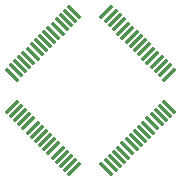
<source format=gbr>
%TF.GenerationSoftware,KiCad,Pcbnew,8.0.6*%
%TF.CreationDate,2025-04-09T16:55:17+02:00*%
%TF.ProjectId,stm32f205-breakout-board,73746d33-3266-4323-9035-2d627265616b,rev?*%
%TF.SameCoordinates,Original*%
%TF.FileFunction,Paste,Top*%
%TF.FilePolarity,Positive*%
%FSLAX46Y46*%
G04 Gerber Fmt 4.6, Leading zero omitted, Abs format (unit mm)*
G04 Created by KiCad (PCBNEW 8.0.6) date 2025-04-09 16:55:17*
%MOMM*%
%LPD*%
G01*
G04 APERTURE LIST*
G04 Aperture macros list*
%AMRoundRect*
0 Rectangle with rounded corners*
0 $1 Rounding radius*
0 $2 $3 $4 $5 $6 $7 $8 $9 X,Y pos of 4 corners*
0 Add a 4 corners polygon primitive as box body*
4,1,4,$2,$3,$4,$5,$6,$7,$8,$9,$2,$3,0*
0 Add four circle primitives for the rounded corners*
1,1,$1+$1,$2,$3*
1,1,$1+$1,$4,$5*
1,1,$1+$1,$6,$7*
1,1,$1+$1,$8,$9*
0 Add four rect primitives between the rounded corners*
20,1,$1+$1,$2,$3,$4,$5,0*
20,1,$1+$1,$4,$5,$6,$7,0*
20,1,$1+$1,$6,$7,$8,$9,0*
20,1,$1+$1,$8,$9,$2,$3,0*%
G04 Aperture macros list end*
%ADD10RoundRect,0.075000X-0.441942X0.548008X-0.548008X0.441942X0.441942X-0.548008X0.548008X-0.441942X0*%
%ADD11RoundRect,0.075000X0.441942X0.548008X-0.548008X-0.441942X-0.441942X-0.548008X0.548008X0.441942X0*%
G04 APERTURE END LIST*
D10*
%TO.C,U1*%
X39684481Y-178205662D03*
X39330928Y-178559215D03*
X38977375Y-178912768D03*
X38623821Y-179266322D03*
X38270268Y-179619875D03*
X37916714Y-179973429D03*
X37563161Y-180326982D03*
X37209608Y-180680535D03*
X36856054Y-181034089D03*
X36502501Y-181387642D03*
X36148948Y-181741195D03*
X35795394Y-182094749D03*
X35441841Y-182448302D03*
X35088287Y-182801856D03*
X34734734Y-183155409D03*
X34381181Y-183508962D03*
D11*
X31658819Y-183508962D03*
X31305266Y-183155409D03*
X30951713Y-182801856D03*
X30598159Y-182448302D03*
X30244606Y-182094749D03*
X29891052Y-181741195D03*
X29537499Y-181387642D03*
X29183946Y-181034089D03*
X28830392Y-180680535D03*
X28476839Y-180326982D03*
X28123286Y-179973429D03*
X27769732Y-179619875D03*
X27416179Y-179266322D03*
X27062625Y-178912768D03*
X26709072Y-178559215D03*
X26355519Y-178205662D03*
D10*
X26355519Y-175483300D03*
X26709072Y-175129747D03*
X27062625Y-174776194D03*
X27416179Y-174422640D03*
X27769732Y-174069087D03*
X28123286Y-173715533D03*
X28476839Y-173361980D03*
X28830392Y-173008427D03*
X29183946Y-172654873D03*
X29537499Y-172301320D03*
X29891052Y-171947767D03*
X30244606Y-171594213D03*
X30598159Y-171240660D03*
X30951713Y-170887106D03*
X31305266Y-170533553D03*
X31658819Y-170180000D03*
D11*
X34381181Y-170180000D03*
X34734734Y-170533553D03*
X35088287Y-170887106D03*
X35441841Y-171240660D03*
X35795394Y-171594213D03*
X36148948Y-171947767D03*
X36502501Y-172301320D03*
X36856054Y-172654873D03*
X37209608Y-173008427D03*
X37563161Y-173361980D03*
X37916714Y-173715533D03*
X38270268Y-174069087D03*
X38623821Y-174422640D03*
X38977375Y-174776194D03*
X39330928Y-175129747D03*
X39684481Y-175483300D03*
%TD*%
M02*

</source>
